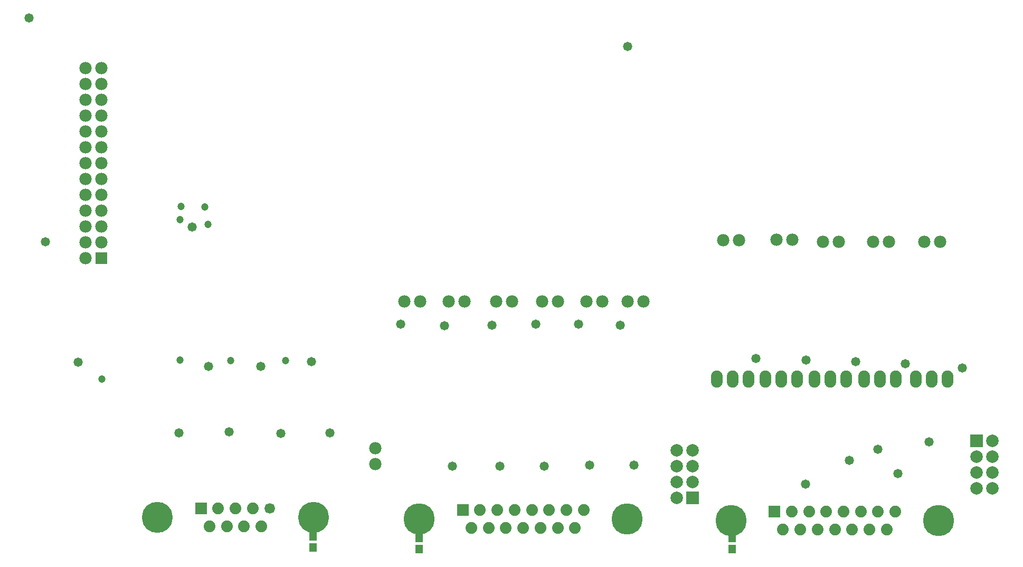
<source format=gbs>
G04*
G04 #@! TF.GenerationSoftware,Altium Limited,Altium Designer,20.1.12 (249)*
G04*
G04 Layer_Color=16711935*
%FSTAX24Y24*%
%MOIN*%
G70*
G04*
G04 #@! TF.SameCoordinates,50E87493-BE94-4217-AE32-DCF7016E3123*
G04*
G04*
G04 #@! TF.FilePolarity,Negative*
G04*
G01*
G75*
%ADD41R,0.0513X0.0552*%
%ADD50R,0.0789X0.0789*%
%ADD51C,0.0789*%
%ADD52C,0.0780*%
%ADD53R,0.0780X0.0780*%
%ADD54C,0.0745*%
%ADD55R,0.0745X0.0745*%
%ADD56C,0.0665*%
%ADD57C,0.1954*%
%ADD58C,0.0745*%
%ADD59C,0.1970*%
%ADD60O,0.0740X0.1080*%
%ADD61C,0.0474*%
%ADD62C,0.0580*%
D41*
X0515Y00885D02*
D03*
Y00955D02*
D03*
X03175D02*
D03*
Y00885D02*
D03*
X02505Y00965D02*
D03*
Y00895D02*
D03*
D50*
X06695Y0157D02*
D03*
X049Y0121D02*
D03*
D51*
X06695Y0147D02*
D03*
Y0137D02*
D03*
Y0127D02*
D03*
X06795D02*
D03*
Y0137D02*
D03*
Y0147D02*
D03*
Y0157D02*
D03*
X049Y0131D02*
D03*
Y0141D02*
D03*
Y0151D02*
D03*
X048D02*
D03*
Y0141D02*
D03*
Y0131D02*
D03*
Y0121D02*
D03*
D52*
X011662Y032218D02*
D03*
X010662Y039218D02*
D03*
X011662D02*
D03*
X010662Y038218D02*
D03*
X011662D02*
D03*
X010662Y037218D02*
D03*
X011662D02*
D03*
X010662Y036218D02*
D03*
X011662D02*
D03*
X010662Y035218D02*
D03*
X011662D02*
D03*
X010662Y034218D02*
D03*
X011662D02*
D03*
X010662Y033218D02*
D03*
X011662D02*
D03*
X010662Y032218D02*
D03*
X010662Y029218D02*
D03*
X010662Y028218D02*
D03*
X011662Y028218D02*
D03*
X011662Y029218D02*
D03*
X011662Y030218D02*
D03*
X010662Y031218D02*
D03*
X011662Y031218D02*
D03*
X010662Y027218D02*
D03*
X010662Y030218D02*
D03*
X028985Y015213D02*
D03*
X028985Y014213D02*
D03*
X0318Y0245D02*
D03*
X0308Y0245D02*
D03*
X0346Y0245D02*
D03*
X0336Y0245D02*
D03*
X0376Y0245D02*
D03*
X0366Y0245D02*
D03*
X0405Y0245D02*
D03*
X0395Y0245D02*
D03*
X0433Y0245D02*
D03*
X0423Y0245D02*
D03*
X0459Y0245D02*
D03*
X0449Y0245D02*
D03*
X06365Y02825D02*
D03*
X06465Y02825D02*
D03*
X0604Y02825D02*
D03*
X0614Y02825D02*
D03*
X05725D02*
D03*
X05825Y02825D02*
D03*
X0543Y0284D02*
D03*
X0553Y0284D02*
D03*
X05095Y02835D02*
D03*
X05195Y02835D02*
D03*
D53*
X011662Y027218D02*
D03*
D54*
X021772Y0103D02*
D03*
X019045Y011418D02*
D03*
X019591Y0103D02*
D03*
X021226Y011418D02*
D03*
X0185Y0103D02*
D03*
X020136Y011418D02*
D03*
X020681Y0103D02*
D03*
D55*
X017955Y011418D02*
D03*
X054174Y011218D02*
D03*
X034493Y011318D02*
D03*
D56*
X022317Y011418D02*
D03*
D57*
X015217Y010859D02*
D03*
X025055D02*
D03*
D58*
X061803Y01122D02*
D03*
X061262Y0101D02*
D03*
X060717Y011218D02*
D03*
X060172Y0101D02*
D03*
X059626Y011218D02*
D03*
X059081Y0101D02*
D03*
X058536Y011218D02*
D03*
X057991Y0101D02*
D03*
X057445Y011218D02*
D03*
X0569Y0101D02*
D03*
X056355Y011218D02*
D03*
X055809Y0101D02*
D03*
X055264Y011218D02*
D03*
X054719Y0101D02*
D03*
X042122Y01132D02*
D03*
X041581Y0102D02*
D03*
X041036Y011318D02*
D03*
X040491Y0102D02*
D03*
X039945Y011318D02*
D03*
X0394Y0102D02*
D03*
X038855Y011318D02*
D03*
X038309Y0102D02*
D03*
X037764Y011318D02*
D03*
X037219Y0102D02*
D03*
X036674Y011318D02*
D03*
X036128Y0102D02*
D03*
X035583Y011318D02*
D03*
X035038Y0102D02*
D03*
D59*
X06455Y010659D02*
D03*
X051431D02*
D03*
X044868Y010759D02*
D03*
X03175D02*
D03*
D60*
X06185Y0196D02*
D03*
X06085D02*
D03*
X05985D02*
D03*
X05255D02*
D03*
X05155D02*
D03*
X05055D02*
D03*
X0587D02*
D03*
X0577D02*
D03*
X0567D02*
D03*
X0651D02*
D03*
X0641D02*
D03*
X0631D02*
D03*
X0556D02*
D03*
X0546D02*
D03*
X0536D02*
D03*
D61*
X0233Y02075D02*
D03*
X01985D02*
D03*
X01665Y0208D02*
D03*
X0117Y0196D02*
D03*
X01665Y02965D02*
D03*
X0184Y02935D02*
D03*
X0167Y0305D02*
D03*
X0182Y03045D02*
D03*
D62*
X00815Y02825D02*
D03*
X0102Y02065D02*
D03*
X02495Y0207D02*
D03*
X016562Y016176D02*
D03*
X023Y01615D02*
D03*
X01975Y01625D02*
D03*
X0261Y016174D02*
D03*
X01845Y0204D02*
D03*
X02175D02*
D03*
X0449Y0406D02*
D03*
X0071Y0424D02*
D03*
X030585Y02305D02*
D03*
X0174Y0292D02*
D03*
X0453Y01415D02*
D03*
X0425D02*
D03*
X03385Y0141D02*
D03*
X03965D02*
D03*
X03685D02*
D03*
X0418Y02305D02*
D03*
X0391D02*
D03*
X03635Y023D02*
D03*
X03335Y02295D02*
D03*
X04445Y023D02*
D03*
X05615Y01295D02*
D03*
X053Y0209D02*
D03*
X05617Y020795D02*
D03*
X06605Y0203D02*
D03*
X061982Y013618D02*
D03*
X0607Y01515D02*
D03*
X0589Y01445D02*
D03*
X0593Y0207D02*
D03*
X06245Y02055D02*
D03*
X06395Y015625D02*
D03*
M02*

</source>
